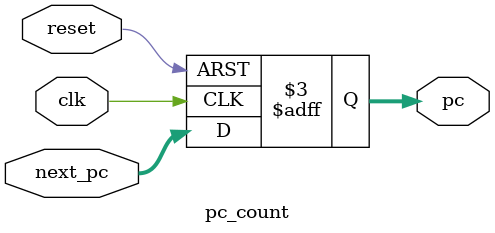
<source format=v>
module pc_count(
    input [31:0] next_pc,
    input clk,
    input reset,
    output reg [31:0] pc
);
initial pc=0;
    always@(posedge clk or posedge reset)begin
        if(reset)
        pc=32'h00000000;
        else
        pc=next_pc;
    end
endmodule

</source>
